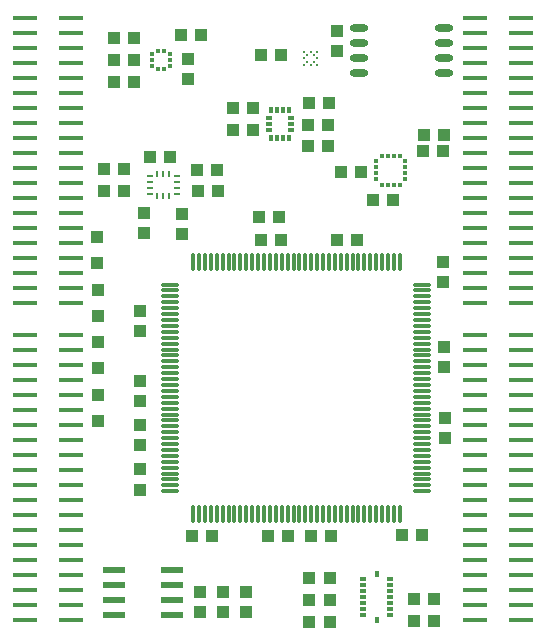
<source format=gtp>
G04*
G04 #@! TF.GenerationSoftware,Altium Limited,Altium Designer,23.6.0 (18)*
G04*
G04 Layer_Color=8421504*
%FSLAX44Y44*%
%MOMM*%
G71*
G04*
G04 #@! TF.SameCoordinates,1B3FBE08-8921-405D-8673-E2F24B904F06*
G04*
G04*
G04 #@! TF.FilePolarity,Positive*
G04*
G01*
G75*
%ADD17C,0.2000*%
%ADD18R,1.1000X1.0000*%
%ADD19R,1.0000X1.1000*%
G04:AMPARAMS|DCode=20|XSize=1.47mm|YSize=0.28mm|CornerRadius=0.035mm|HoleSize=0mm|Usage=FLASHONLY|Rotation=0.000|XOffset=0mm|YOffset=0mm|HoleType=Round|Shape=RoundedRectangle|*
%AMROUNDEDRECTD20*
21,1,1.4700,0.2100,0,0,0.0*
21,1,1.4000,0.2800,0,0,0.0*
1,1,0.0700,0.7000,-0.1050*
1,1,0.0700,-0.7000,-0.1050*
1,1,0.0700,-0.7000,0.1050*
1,1,0.0700,0.7000,0.1050*
%
%ADD20ROUNDEDRECTD20*%
G04:AMPARAMS|DCode=21|XSize=1.47mm|YSize=0.28mm|CornerRadius=0.035mm|HoleSize=0mm|Usage=FLASHONLY|Rotation=90.000|XOffset=0mm|YOffset=0mm|HoleType=Round|Shape=RoundedRectangle|*
%AMROUNDEDRECTD21*
21,1,1.4700,0.2100,0,0,90.0*
21,1,1.4000,0.2800,0,0,90.0*
1,1,0.0700,0.1050,0.7000*
1,1,0.0700,0.1050,-0.7000*
1,1,0.0700,-0.1050,-0.7000*
1,1,0.0700,-0.1050,0.7000*
%
%ADD21ROUNDEDRECTD21*%
%ADD22R,1.1000X1.1000*%
%ADD23R,0.4750X0.2500*%
%ADD24R,0.2500X0.4750*%
%ADD25R,0.3500X0.5900*%
%ADD26R,0.5900X0.3500*%
G04:AMPARAMS|DCode=27|XSize=0.38mm|YSize=0.35mm|CornerRadius=0.0158mm|HoleSize=0mm|Usage=FLASHONLY|Rotation=0.000|XOffset=0mm|YOffset=0mm|HoleType=Round|Shape=RoundedRectangle|*
%AMROUNDEDRECTD27*
21,1,0.3800,0.3185,0,0,0.0*
21,1,0.3485,0.3500,0,0,0.0*
1,1,0.0315,0.1743,-0.1593*
1,1,0.0315,-0.1743,-0.1593*
1,1,0.0315,-0.1743,0.1593*
1,1,0.0315,0.1743,0.1593*
%
%ADD27ROUNDEDRECTD27*%
%ADD28R,0.3000X0.5000*%
%ADD29R,0.5000X0.3000*%
%ADD30R,0.4000X0.3000*%
%ADD31R,0.3000X0.4000*%
%ADD32O,1.6000X0.6000*%
%ADD33R,1.9812X0.5334*%
%ADD34R,2.0000X0.4500*%
D17*
X574240Y740920D02*
D03*
X568580Y746580D02*
D03*
X562920D02*
D03*
Y740920D02*
D03*
Y735260D02*
D03*
X568580D02*
D03*
X565750Y743750D02*
D03*
Y738090D02*
D03*
X574240Y746580D02*
D03*
Y735260D02*
D03*
X571410Y743750D02*
D03*
Y738090D02*
D03*
D18*
X680750Y662750D02*
D03*
X663750D02*
D03*
X489500Y646750D02*
D03*
X472500D02*
D03*
X489750Y628500D02*
D03*
X472750D02*
D03*
X526250Y744000D02*
D03*
X543250D02*
D03*
X449500Y657750D02*
D03*
X432500D02*
D03*
X410250Y628500D02*
D03*
X393250D02*
D03*
X410250Y647000D02*
D03*
X393250D02*
D03*
X681500Y676000D02*
D03*
X664500D02*
D03*
X673000Y264250D02*
D03*
X656000D02*
D03*
X672750Y283000D02*
D03*
X655750D02*
D03*
X567500Y282250D02*
D03*
X584500D02*
D03*
X567500Y264000D02*
D03*
X584500D02*
D03*
X584500Y300750D02*
D03*
X567500D02*
D03*
X458750Y760500D02*
D03*
X475750D02*
D03*
X401753Y739500D02*
D03*
X418753D02*
D03*
X401750Y720750D02*
D03*
X418750D02*
D03*
X401750Y758250D02*
D03*
X418750D02*
D03*
X566750Y703500D02*
D03*
X583750D02*
D03*
X520000Y680500D02*
D03*
X503000D02*
D03*
X520000Y698750D02*
D03*
X503000D02*
D03*
X566250Y666500D02*
D03*
X583250D02*
D03*
X566500Y685000D02*
D03*
X583500D02*
D03*
X611000Y644500D02*
D03*
X594000D02*
D03*
X638500Y621000D02*
D03*
X621500D02*
D03*
X524500Y606750D02*
D03*
X541500D02*
D03*
X526250Y587500D02*
D03*
X543250D02*
D03*
X590750Y587250D02*
D03*
X607750D02*
D03*
X485000Y336750D02*
D03*
X468000D02*
D03*
X645750Y337500D02*
D03*
X662750D02*
D03*
X585500Y336250D02*
D03*
X568500D02*
D03*
X549250D02*
D03*
X532250D02*
D03*
D19*
X591000Y764500D02*
D03*
Y747500D02*
D03*
X424000Y510000D02*
D03*
Y527000D02*
D03*
X464250Y723500D02*
D03*
Y740500D02*
D03*
X427000Y592750D02*
D03*
Y609750D02*
D03*
X460000Y592000D02*
D03*
Y609000D02*
D03*
X424000Y393000D02*
D03*
Y376000D02*
D03*
X682000Y436250D02*
D03*
Y419250D02*
D03*
X681000Y496750D02*
D03*
Y479750D02*
D03*
X680250Y569000D02*
D03*
Y552000D02*
D03*
X424000Y451000D02*
D03*
Y468000D02*
D03*
X424250Y430750D02*
D03*
Y413750D02*
D03*
X494000Y272500D02*
D03*
Y289500D02*
D03*
X474500Y272500D02*
D03*
Y289500D02*
D03*
X514000Y289000D02*
D03*
Y272000D02*
D03*
D20*
X663200Y549500D02*
D03*
Y544500D02*
D03*
Y539500D02*
D03*
Y534500D02*
D03*
Y529500D02*
D03*
Y524500D02*
D03*
Y519500D02*
D03*
Y514500D02*
D03*
Y509500D02*
D03*
Y504500D02*
D03*
Y499500D02*
D03*
Y494500D02*
D03*
Y489500D02*
D03*
Y484500D02*
D03*
Y479500D02*
D03*
Y474500D02*
D03*
Y469500D02*
D03*
Y464500D02*
D03*
Y459500D02*
D03*
Y454500D02*
D03*
Y449500D02*
D03*
Y444500D02*
D03*
Y439500D02*
D03*
Y434500D02*
D03*
Y429500D02*
D03*
Y424500D02*
D03*
Y419500D02*
D03*
Y414500D02*
D03*
Y409500D02*
D03*
Y404500D02*
D03*
Y399500D02*
D03*
Y394500D02*
D03*
Y389500D02*
D03*
Y384500D02*
D03*
Y379500D02*
D03*
Y374500D02*
D03*
X449800D02*
D03*
Y379500D02*
D03*
Y384500D02*
D03*
Y389500D02*
D03*
Y394500D02*
D03*
Y399500D02*
D03*
Y404500D02*
D03*
Y409500D02*
D03*
Y414500D02*
D03*
Y419500D02*
D03*
Y424500D02*
D03*
Y429500D02*
D03*
Y434500D02*
D03*
Y439500D02*
D03*
Y444500D02*
D03*
Y449500D02*
D03*
Y454500D02*
D03*
Y459500D02*
D03*
Y464500D02*
D03*
Y469500D02*
D03*
Y474500D02*
D03*
Y479500D02*
D03*
Y484500D02*
D03*
Y489500D02*
D03*
Y494500D02*
D03*
Y499500D02*
D03*
Y504500D02*
D03*
Y509500D02*
D03*
Y514500D02*
D03*
Y519500D02*
D03*
Y524500D02*
D03*
Y529500D02*
D03*
Y534500D02*
D03*
Y539500D02*
D03*
Y544500D02*
D03*
Y549500D02*
D03*
D21*
X469000Y568700D02*
D03*
X474000D02*
D03*
X479000D02*
D03*
X484000D02*
D03*
X489000D02*
D03*
X494000D02*
D03*
X499000D02*
D03*
X504000D02*
D03*
X509000D02*
D03*
X514000D02*
D03*
X519000D02*
D03*
X524000D02*
D03*
X529000D02*
D03*
X534000D02*
D03*
X539000D02*
D03*
X544000D02*
D03*
X549000D02*
D03*
X554000D02*
D03*
X559000D02*
D03*
X564000D02*
D03*
X569000D02*
D03*
X574000D02*
D03*
X579000D02*
D03*
X584000D02*
D03*
X589000D02*
D03*
X594000D02*
D03*
X599000D02*
D03*
X604000D02*
D03*
X609000D02*
D03*
X614000D02*
D03*
X619000D02*
D03*
X624000D02*
D03*
X629000D02*
D03*
X634000D02*
D03*
X639000D02*
D03*
X644000D02*
D03*
Y355300D02*
D03*
X639000D02*
D03*
X634000D02*
D03*
X629000D02*
D03*
X624000D02*
D03*
X619000D02*
D03*
X614000D02*
D03*
X609000D02*
D03*
X604000D02*
D03*
X599000D02*
D03*
X594000D02*
D03*
X589000D02*
D03*
X584000D02*
D03*
X579000D02*
D03*
X574000D02*
D03*
X569000D02*
D03*
X564000D02*
D03*
X559000D02*
D03*
X554000D02*
D03*
X549000D02*
D03*
X544000D02*
D03*
X539000D02*
D03*
X534000D02*
D03*
X529000D02*
D03*
X524000D02*
D03*
X519000D02*
D03*
X514000D02*
D03*
X509000D02*
D03*
X504000D02*
D03*
X499000D02*
D03*
X494000D02*
D03*
X489000D02*
D03*
X484000D02*
D03*
X479000D02*
D03*
X474000D02*
D03*
X469000D02*
D03*
D22*
X388000Y589750D02*
D03*
X388000Y567750D02*
D03*
X388500Y500750D02*
D03*
X388500Y478750D02*
D03*
X388250Y545250D02*
D03*
X388250Y523250D02*
D03*
X388500Y456000D02*
D03*
X388500Y434000D02*
D03*
D23*
X432125Y636500D02*
D03*
Y631500D02*
D03*
Y626500D02*
D03*
Y641500D02*
D03*
X455375Y636500D02*
D03*
Y631500D02*
D03*
Y626500D02*
D03*
Y641500D02*
D03*
D24*
X443750Y643125D02*
D03*
X438750D02*
D03*
X448750D02*
D03*
X443750Y624875D02*
D03*
X438750D02*
D03*
X448750D02*
D03*
D25*
X624400Y265850D02*
D03*
Y304150D02*
D03*
D26*
X612750Y270000D02*
D03*
Y275000D02*
D03*
Y280000D02*
D03*
Y285000D02*
D03*
Y290000D02*
D03*
Y295000D02*
D03*
Y300000D02*
D03*
X636050D02*
D03*
Y295000D02*
D03*
Y290000D02*
D03*
Y285000D02*
D03*
Y280000D02*
D03*
Y275000D02*
D03*
Y270000D02*
D03*
D27*
X449153Y744500D02*
D03*
Y739500D02*
D03*
Y734500D02*
D03*
X444003Y731850D02*
D03*
X439003D02*
D03*
X433853Y734500D02*
D03*
Y739500D02*
D03*
Y744500D02*
D03*
X439003Y747150D02*
D03*
X444003D02*
D03*
D28*
X550000Y674000D02*
D03*
X545000D02*
D03*
X540000D02*
D03*
X535000D02*
D03*
X550000Y697000D02*
D03*
X545000D02*
D03*
X540000D02*
D03*
X535000D02*
D03*
D29*
X551500Y680500D02*
D03*
Y685500D02*
D03*
Y690500D02*
D03*
X533500Y680500D02*
D03*
Y685500D02*
D03*
Y690500D02*
D03*
D30*
X624000Y653750D02*
D03*
Y648750D02*
D03*
Y643750D02*
D03*
Y638750D02*
D03*
X648500D02*
D03*
Y643750D02*
D03*
Y648750D02*
D03*
Y653750D02*
D03*
D31*
X643750Y658500D02*
D03*
X638750D02*
D03*
X633750D02*
D03*
X628750D02*
D03*
Y634000D02*
D03*
X633750D02*
D03*
X638750D02*
D03*
X643750D02*
D03*
D32*
X609250Y767050D02*
D03*
Y754350D02*
D03*
Y741650D02*
D03*
Y728950D02*
D03*
X681250D02*
D03*
Y741650D02*
D03*
Y754350D02*
D03*
Y767050D02*
D03*
D33*
X401612Y307800D02*
D03*
Y295100D02*
D03*
Y282400D02*
D03*
Y269700D02*
D03*
X450888D02*
D03*
Y282400D02*
D03*
Y295100D02*
D03*
Y307800D02*
D03*
D34*
X365500Y775000D02*
D03*
Y762300D02*
D03*
Y749600D02*
D03*
Y736900D02*
D03*
Y698800D02*
D03*
Y711500D02*
D03*
Y724200D02*
D03*
Y686100D02*
D03*
Y673400D02*
D03*
Y660700D02*
D03*
Y648000D02*
D03*
Y635300D02*
D03*
Y597200D02*
D03*
Y609900D02*
D03*
Y622600D02*
D03*
Y584500D02*
D03*
Y571800D02*
D03*
Y559100D02*
D03*
Y546400D02*
D03*
Y533700D02*
D03*
X326500Y775000D02*
D03*
Y762300D02*
D03*
Y749600D02*
D03*
Y736900D02*
D03*
Y698800D02*
D03*
Y711500D02*
D03*
Y724200D02*
D03*
Y686100D02*
D03*
Y673400D02*
D03*
Y660700D02*
D03*
Y648000D02*
D03*
Y635300D02*
D03*
Y597200D02*
D03*
Y609900D02*
D03*
Y622600D02*
D03*
Y584500D02*
D03*
Y571800D02*
D03*
Y559100D02*
D03*
Y546400D02*
D03*
Y533700D02*
D03*
X746500Y775000D02*
D03*
Y762300D02*
D03*
Y749600D02*
D03*
Y736900D02*
D03*
Y698800D02*
D03*
Y711500D02*
D03*
Y724200D02*
D03*
Y686100D02*
D03*
Y673400D02*
D03*
Y660700D02*
D03*
Y648000D02*
D03*
Y635300D02*
D03*
Y597200D02*
D03*
Y609900D02*
D03*
Y622600D02*
D03*
Y584500D02*
D03*
Y571800D02*
D03*
Y559100D02*
D03*
Y546400D02*
D03*
Y533700D02*
D03*
X707500Y775000D02*
D03*
Y762300D02*
D03*
Y749600D02*
D03*
Y736900D02*
D03*
Y698800D02*
D03*
Y711500D02*
D03*
Y724200D02*
D03*
Y686100D02*
D03*
Y673400D02*
D03*
Y660700D02*
D03*
Y648000D02*
D03*
Y635300D02*
D03*
Y597200D02*
D03*
Y609900D02*
D03*
Y622600D02*
D03*
Y584500D02*
D03*
Y571800D02*
D03*
Y559100D02*
D03*
Y546400D02*
D03*
Y533700D02*
D03*
X365500Y506400D02*
D03*
Y493700D02*
D03*
Y481000D02*
D03*
Y468300D02*
D03*
Y430200D02*
D03*
Y442900D02*
D03*
Y455600D02*
D03*
Y417500D02*
D03*
Y404800D02*
D03*
Y392100D02*
D03*
Y379400D02*
D03*
Y366700D02*
D03*
Y328600D02*
D03*
Y341300D02*
D03*
Y354000D02*
D03*
Y315900D02*
D03*
Y303200D02*
D03*
Y290500D02*
D03*
Y277800D02*
D03*
Y265100D02*
D03*
X326500Y506400D02*
D03*
Y493700D02*
D03*
Y481000D02*
D03*
Y468300D02*
D03*
Y430200D02*
D03*
Y442900D02*
D03*
Y455600D02*
D03*
Y417500D02*
D03*
Y404800D02*
D03*
Y392100D02*
D03*
Y379400D02*
D03*
Y366700D02*
D03*
Y328600D02*
D03*
Y341300D02*
D03*
Y354000D02*
D03*
Y315900D02*
D03*
Y303200D02*
D03*
Y290500D02*
D03*
Y277800D02*
D03*
Y265100D02*
D03*
X746500Y506400D02*
D03*
Y493700D02*
D03*
Y481000D02*
D03*
Y468300D02*
D03*
Y430200D02*
D03*
Y442900D02*
D03*
Y455600D02*
D03*
Y417500D02*
D03*
Y404800D02*
D03*
Y392100D02*
D03*
Y379400D02*
D03*
Y366700D02*
D03*
Y328600D02*
D03*
Y341300D02*
D03*
Y354000D02*
D03*
Y315900D02*
D03*
Y303200D02*
D03*
Y290500D02*
D03*
Y277800D02*
D03*
Y265100D02*
D03*
X707500Y506400D02*
D03*
Y493700D02*
D03*
Y481000D02*
D03*
Y468300D02*
D03*
Y430200D02*
D03*
Y442900D02*
D03*
Y455600D02*
D03*
Y417500D02*
D03*
Y404800D02*
D03*
Y392100D02*
D03*
Y379400D02*
D03*
Y366700D02*
D03*
Y328600D02*
D03*
Y341300D02*
D03*
Y354000D02*
D03*
Y315900D02*
D03*
Y303200D02*
D03*
Y290500D02*
D03*
Y277800D02*
D03*
Y265100D02*
D03*
M02*

</source>
